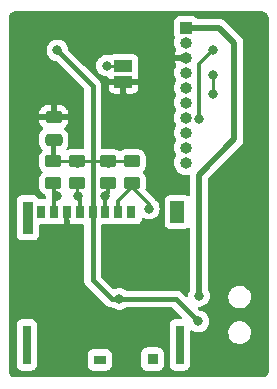
<source format=gbr>
%TF.GenerationSoftware,KiCad,Pcbnew,(6.0.5)*%
%TF.CreationDate,2023-03-06T17:13:13-03:00*%
%TF.ProjectId,ESP32_MicroSD,45535033-325f-44d6-9963-726f53442e6b,rev?*%
%TF.SameCoordinates,Original*%
%TF.FileFunction,Copper,L2,Bot*%
%TF.FilePolarity,Positive*%
%FSLAX46Y46*%
G04 Gerber Fmt 4.6, Leading zero omitted, Abs format (unit mm)*
G04 Created by KiCad (PCBNEW (6.0.5)) date 2023-03-06 17:13:13*
%MOMM*%
%LPD*%
G01*
G04 APERTURE LIST*
G04 Aperture macros list*
%AMRoundRect*
0 Rectangle with rounded corners*
0 $1 Rounding radius*
0 $2 $3 $4 $5 $6 $7 $8 $9 X,Y pos of 4 corners*
0 Add a 4 corners polygon primitive as box body*
4,1,4,$2,$3,$4,$5,$6,$7,$8,$9,$2,$3,0*
0 Add four circle primitives for the rounded corners*
1,1,$1+$1,$2,$3*
1,1,$1+$1,$4,$5*
1,1,$1+$1,$6,$7*
1,1,$1+$1,$8,$9*
0 Add four rect primitives between the rounded corners*
20,1,$1+$1,$2,$3,$4,$5,0*
20,1,$1+$1,$4,$5,$6,$7,0*
20,1,$1+$1,$6,$7,$8,$9,0*
20,1,$1+$1,$8,$9,$2,$3,0*%
G04 Aperture macros list end*
%TA.AperFunction,ComponentPad*%
%ADD10R,1.000000X1.000000*%
%TD*%
%TA.AperFunction,ComponentPad*%
%ADD11O,1.000000X1.000000*%
%TD*%
%TA.AperFunction,SMDPad,CuDef*%
%ADD12RoundRect,0.250000X0.475000X-0.250000X0.475000X0.250000X-0.475000X0.250000X-0.475000X-0.250000X0*%
%TD*%
%TA.AperFunction,SMDPad,CuDef*%
%ADD13RoundRect,0.250000X-0.450000X0.262500X-0.450000X-0.262500X0.450000X-0.262500X0.450000X0.262500X0*%
%TD*%
%TA.AperFunction,SMDPad,CuDef*%
%ADD14R,0.711200X1.092200*%
%TD*%
%TA.AperFunction,SMDPad,CuDef*%
%ADD15R,0.889000X0.939800*%
%TD*%
%TA.AperFunction,SMDPad,CuDef*%
%ADD16R,1.041400X0.787400*%
%TD*%
%TA.AperFunction,SMDPad,CuDef*%
%ADD17R,1.143000X1.828800*%
%TD*%
%TA.AperFunction,SMDPad,CuDef*%
%ADD18R,0.863600X2.794000*%
%TD*%
%TA.AperFunction,SMDPad,CuDef*%
%ADD19R,0.711200X3.327400*%
%TD*%
%TA.AperFunction,SMDPad,CuDef*%
%ADD20R,1.500000X1.000000*%
%TD*%
%TA.AperFunction,ViaPad*%
%ADD21C,0.800000*%
%TD*%
%TA.AperFunction,Conductor*%
%ADD22C,0.500000*%
%TD*%
%TA.AperFunction,Conductor*%
%ADD23C,0.250000*%
%TD*%
%TA.AperFunction,Conductor*%
%ADD24C,0.300000*%
%TD*%
%TA.AperFunction,Conductor*%
%ADD25C,0.400000*%
%TD*%
G04 APERTURE END LIST*
D10*
%TO.P,J1,9,Pin_9*%
%TO.N,Net-(J1-Pad9)*%
X87500000Y-76900000D03*
D11*
%TO.P,J1,10,Pin_10*%
%TO.N,unconnected-(J1-Pad10)*%
X87500000Y-78170000D03*
%TO.P,J1,11,Pin_11*%
%TO.N,GND*%
X87500000Y-79440000D03*
%TO.P,J1,12,Pin_12*%
%TO.N,unconnected-(J1-Pad12)*%
X87500000Y-80710000D03*
%TO.P,J1,13,Pin_13*%
%TO.N,/RX*%
X87500000Y-81980000D03*
%TO.P,J1,14,Pin_14*%
%TO.N,/TX*%
X87500000Y-83250000D03*
%TO.P,J1,15,Pin_15*%
%TO.N,unconnected-(J1-Pad15)*%
X87500000Y-84520000D03*
%TO.P,J1,16,Pin_16*%
%TO.N,unconnected-(J1-Pad16)*%
X87500000Y-85790000D03*
%TO.P,J1,17,Pin_17*%
%TO.N,unconnected-(J1-Pad17)*%
X87500000Y-87060000D03*
%TO.P,J1,18,Pin_18*%
%TO.N,unconnected-(J1-Pad18)*%
X87500000Y-88330000D03*
%TD*%
D12*
%TO.P,C1,1*%
%TO.N,+3V3*%
X76300000Y-86362500D03*
%TO.P,C1,2*%
%TO.N,GND*%
X76300000Y-84462500D03*
%TD*%
D13*
%TO.P,R1,1*%
%TO.N,+3V3*%
X76275000Y-88200000D03*
%TO.P,R1,2*%
%TO.N,/IO19*%
X76275000Y-90025000D03*
%TD*%
%TO.P,R3,1*%
%TO.N,+3V3*%
X80900000Y-88200000D03*
%TO.P,R3,2*%
%TO.N,/IO23*%
X80900000Y-90025000D03*
%TD*%
%TO.P,R2,1*%
%TO.N,+3V3*%
X78300000Y-88200000D03*
%TO.P,R2,2*%
%TO.N,/IO18*%
X78300000Y-90025000D03*
%TD*%
D14*
%TO.P,J2,1,DAT2*%
%TO.N,unconnected-(J2-Pad1)*%
X82880000Y-92474500D03*
%TO.P,J2,2,DAT3/CD*%
%TO.N,/IO5*%
X81780000Y-92474500D03*
%TO.P,J2,3,CMD*%
%TO.N,/IO23*%
X80680000Y-92474500D03*
%TO.P,J2,4,VDD*%
%TO.N,+3V3*%
X79579999Y-92474500D03*
%TO.P,J2,5,CLK*%
%TO.N,/IO18*%
X78479999Y-92474500D03*
%TO.P,J2,6,VSS*%
%TO.N,GND*%
X77379999Y-92474500D03*
%TO.P,J2,7,DAT0*%
%TO.N,/IO19*%
X76279998Y-92474500D03*
%TO.P,J2,8,DAT1*%
%TO.N,unconnected-(J2-Pad8)*%
X75180000Y-92474500D03*
D15*
%TO.P,J2,9,SHIELD*%
%TO.N,unconnected-(J2-Pad9)*%
X84669999Y-104939499D03*
D16*
%TO.P,J2,10*%
%TO.N,N/C*%
X80190001Y-105014500D03*
D17*
%TO.P,J2,11*%
X86760000Y-92489500D03*
D18*
%TO.P,J2,12*%
X74100000Y-92974500D03*
D19*
%TO.P,J2,13*%
X86980000Y-103739499D03*
%TO.P,J2,14*%
X74020000Y-103739499D03*
%TD*%
D13*
%TO.P,R4,1*%
%TO.N,+3V3*%
X82900000Y-88200000D03*
%TO.P,R4,2*%
%TO.N,/IO5*%
X82900000Y-90025000D03*
%TD*%
D20*
%TO.P,JP1,1,A*%
%TO.N,GND*%
X82200000Y-81450000D03*
%TO.P,JP1,2,B*%
%TO.N,Net-(JP1-Pad2)*%
X82200000Y-80150000D03*
%TD*%
D21*
%TO.N,/RX*%
X89800000Y-82524500D03*
X89800000Y-80900000D03*
%TO.N,Net-(JP1-Pad2)*%
X80800000Y-80100000D03*
%TO.N,+3V3*%
X76600000Y-78800000D03*
X88550000Y-101750000D03*
X81850000Y-99850000D03*
%TO.N,/IO19*%
X76600000Y-91100000D03*
%TO.N,/IO18*%
X78350008Y-91149992D03*
%TO.N,/IO23*%
X80680000Y-91120000D03*
X89800000Y-78800000D03*
X88600000Y-84600000D03*
%TO.N,/IO5*%
X84350000Y-92200000D03*
%TO.N,Net-(J1-Pad9)*%
X88600000Y-99600000D03*
%TD*%
D22*
%TO.N,Net-(J1-Pad9)*%
X88575000Y-89325000D02*
X91600000Y-86300000D01*
X91600000Y-86300000D02*
X91600000Y-78200000D01*
X88575000Y-99575000D02*
X88575000Y-89325000D01*
X91600000Y-78200000D02*
X90300000Y-76900000D01*
X90300000Y-76900000D02*
X87500000Y-76900000D01*
D23*
%TO.N,/RX*%
X89800000Y-82524500D02*
X89800000Y-80900000D01*
D24*
%TO.N,/IO23*%
X88600000Y-80000000D02*
X89800000Y-78800000D01*
X88600000Y-84600000D02*
X88600000Y-80000000D01*
D23*
%TO.N,Net-(JP1-Pad2)*%
X80850000Y-80150000D02*
X80800000Y-80100000D01*
X82200000Y-80150000D02*
X80850000Y-80150000D01*
D25*
%TO.N,+3V3*%
X76275000Y-86775000D02*
X76300000Y-86750000D01*
X79579999Y-92474500D02*
X79579999Y-88179999D01*
D23*
X78300000Y-88200000D02*
X76275000Y-88200000D01*
D25*
X79579999Y-98229999D02*
X81200000Y-99850000D01*
X81200000Y-99850000D02*
X81850000Y-99850000D01*
X78300000Y-88487500D02*
X78012500Y-88200000D01*
X81850000Y-99850000D02*
X86650000Y-99850000D01*
X76275000Y-88200000D02*
X76275000Y-86775000D01*
D23*
X82900000Y-88200000D02*
X80900000Y-88200000D01*
X78300000Y-88200000D02*
X79559998Y-88200000D01*
D25*
X79579999Y-81795001D02*
X79587500Y-81787500D01*
D23*
X79559998Y-88200000D02*
X79579999Y-88179999D01*
X80900000Y-88200000D02*
X79600000Y-88200000D01*
D25*
X79579999Y-92474500D02*
X79579999Y-98229999D01*
X80900000Y-88487500D02*
X80612500Y-88200000D01*
X79579999Y-88179999D02*
X79579999Y-81795001D01*
X86650000Y-99850000D02*
X88550000Y-101750000D01*
X79587500Y-81787500D02*
X76600000Y-78800000D01*
D23*
X79600000Y-88200000D02*
X79579999Y-88179999D01*
%TO.N,/IO19*%
X76279998Y-90317498D02*
X76275000Y-90312500D01*
D24*
X76600000Y-91250000D02*
X76600000Y-91100000D01*
X76279998Y-91570002D02*
X76600000Y-91250000D01*
D23*
X76279998Y-92474500D02*
X76279998Y-91570002D01*
D24*
X76279998Y-92474500D02*
X76279998Y-90317498D01*
D23*
%TO.N,/IO18*%
X78350008Y-91149992D02*
X78350008Y-91150008D01*
X78350008Y-91150008D02*
X78479999Y-91279999D01*
D24*
X78479999Y-92474500D02*
X78479999Y-91279999D01*
D23*
X78350008Y-91149992D02*
X78300000Y-91099984D01*
X78300000Y-91099984D02*
X78300000Y-90312500D01*
D24*
%TO.N,/IO23*%
X80680000Y-92474500D02*
X80680000Y-91120000D01*
X80680000Y-91120000D02*
X80900000Y-90900000D01*
X80900000Y-90900000D02*
X80900000Y-90025000D01*
%TO.N,/IO5*%
X81780000Y-91520000D02*
X81780000Y-92474500D01*
X84350000Y-92200000D02*
X84350000Y-91850000D01*
X82900000Y-90400000D02*
X81780000Y-91520000D01*
D23*
X82900000Y-90312500D02*
X82900000Y-90400000D01*
D24*
X84350000Y-91850000D02*
X82900000Y-90400000D01*
D25*
%TO.N,Net-(J1-Pad9)*%
X88575000Y-99575000D02*
X88600000Y-99600000D01*
%TD*%
%TA.AperFunction,Conductor*%
%TO.N,GND*%
G36*
X93970018Y-75510000D02*
G01*
X93984852Y-75512310D01*
X93984855Y-75512310D01*
X93993724Y-75513691D01*
X94002626Y-75512527D01*
X94002750Y-75512511D01*
X94033192Y-75512240D01*
X94040621Y-75513077D01*
X94095264Y-75519234D01*
X94122771Y-75525513D01*
X94199853Y-75552485D01*
X94225274Y-75564727D01*
X94294426Y-75608178D01*
X94316485Y-75625770D01*
X94374230Y-75683515D01*
X94391822Y-75705574D01*
X94435273Y-75774726D01*
X94447515Y-75800147D01*
X94474487Y-75877228D01*
X94480766Y-75904736D01*
X94487018Y-75960226D01*
X94486923Y-75975868D01*
X94487800Y-75975879D01*
X94487690Y-75984851D01*
X94486309Y-75993724D01*
X94487473Y-76002626D01*
X94487473Y-76002628D01*
X94490436Y-76025283D01*
X94491500Y-76041621D01*
X94491500Y-105950633D01*
X94490000Y-105970018D01*
X94486309Y-105993724D01*
X94487473Y-106002626D01*
X94487489Y-106002750D01*
X94487760Y-106033192D01*
X94485430Y-106053870D01*
X94480766Y-106095264D01*
X94474487Y-106122771D01*
X94447515Y-106199853D01*
X94435273Y-106225274D01*
X94391822Y-106294426D01*
X94374230Y-106316485D01*
X94316485Y-106374230D01*
X94294426Y-106391822D01*
X94225274Y-106435273D01*
X94199853Y-106447515D01*
X94122772Y-106474487D01*
X94095264Y-106480766D01*
X94039774Y-106487018D01*
X94024132Y-106486923D01*
X94024121Y-106487800D01*
X94015149Y-106487690D01*
X94006276Y-106486309D01*
X93997374Y-106487473D01*
X93997372Y-106487473D01*
X93986385Y-106488910D01*
X93974714Y-106490436D01*
X93958379Y-106491500D01*
X73049367Y-106491500D01*
X73029982Y-106490000D01*
X73015148Y-106487690D01*
X73015145Y-106487690D01*
X73006276Y-106486309D01*
X72997374Y-106487473D01*
X72997250Y-106487489D01*
X72966808Y-106487760D01*
X72946130Y-106485430D01*
X72904736Y-106480766D01*
X72877229Y-106474487D01*
X72800147Y-106447515D01*
X72774726Y-106435273D01*
X72705574Y-106391822D01*
X72683515Y-106374230D01*
X72625770Y-106316485D01*
X72608178Y-106294426D01*
X72564727Y-106225274D01*
X72552485Y-106199853D01*
X72525513Y-106122772D01*
X72519234Y-106095266D01*
X72513170Y-106041451D01*
X72512888Y-106016640D01*
X72513576Y-106012552D01*
X72513729Y-106000000D01*
X72509773Y-105972376D01*
X72508500Y-105954514D01*
X72508500Y-105451333D01*
X73155900Y-105451333D01*
X73162655Y-105513515D01*
X73213785Y-105649904D01*
X73301139Y-105766460D01*
X73417695Y-105853814D01*
X73554084Y-105904944D01*
X73616266Y-105911699D01*
X74423734Y-105911699D01*
X74485916Y-105904944D01*
X74622305Y-105853814D01*
X74738861Y-105766460D01*
X74826215Y-105649904D01*
X74877345Y-105513515D01*
X74883557Y-105456334D01*
X79160801Y-105456334D01*
X79167556Y-105518516D01*
X79218686Y-105654905D01*
X79306040Y-105771461D01*
X79422596Y-105858815D01*
X79558985Y-105909945D01*
X79621167Y-105916700D01*
X80758835Y-105916700D01*
X80821017Y-105909945D01*
X80957406Y-105858815D01*
X81073962Y-105771461D01*
X81161316Y-105654905D01*
X81212446Y-105518516D01*
X81219071Y-105457533D01*
X83716999Y-105457533D01*
X83723754Y-105519715D01*
X83774884Y-105656104D01*
X83862238Y-105772660D01*
X83978794Y-105860014D01*
X84115183Y-105911144D01*
X84177365Y-105917899D01*
X85162633Y-105917899D01*
X85224815Y-105911144D01*
X85361204Y-105860014D01*
X85477760Y-105772660D01*
X85565114Y-105656104D01*
X85616244Y-105519715D01*
X85622999Y-105457533D01*
X85622999Y-104421465D01*
X85616244Y-104359283D01*
X85565114Y-104222894D01*
X85477760Y-104106338D01*
X85361204Y-104018984D01*
X85224815Y-103967854D01*
X85162633Y-103961099D01*
X84177365Y-103961099D01*
X84115183Y-103967854D01*
X83978794Y-104018984D01*
X83862238Y-104106338D01*
X83774884Y-104222894D01*
X83723754Y-104359283D01*
X83716999Y-104421465D01*
X83716999Y-105457533D01*
X81219071Y-105457533D01*
X81219201Y-105456334D01*
X81219201Y-104572666D01*
X81212446Y-104510484D01*
X81161316Y-104374095D01*
X81073962Y-104257539D01*
X80957406Y-104170185D01*
X80821017Y-104119055D01*
X80758835Y-104112300D01*
X79621167Y-104112300D01*
X79558985Y-104119055D01*
X79422596Y-104170185D01*
X79306040Y-104257539D01*
X79218686Y-104374095D01*
X79167556Y-104510484D01*
X79160801Y-104572666D01*
X79160801Y-105456334D01*
X74883557Y-105456334D01*
X74884100Y-105451333D01*
X74884100Y-102027665D01*
X74877345Y-101965483D01*
X74826215Y-101829094D01*
X74738861Y-101712538D01*
X74622305Y-101625184D01*
X74485916Y-101574054D01*
X74423734Y-101567299D01*
X73616266Y-101567299D01*
X73554084Y-101574054D01*
X73417695Y-101625184D01*
X73301139Y-101712538D01*
X73213785Y-101829094D01*
X73162655Y-101965483D01*
X73155900Y-102027665D01*
X73155900Y-105451333D01*
X72508500Y-105451333D01*
X72508500Y-94419634D01*
X73159700Y-94419634D01*
X73166455Y-94481816D01*
X73217585Y-94618205D01*
X73304939Y-94734761D01*
X73421495Y-94822115D01*
X73557884Y-94873245D01*
X73620066Y-94880000D01*
X74579934Y-94880000D01*
X74642116Y-94873245D01*
X74778505Y-94822115D01*
X74895061Y-94734761D01*
X74982415Y-94618205D01*
X75033545Y-94481816D01*
X75040300Y-94419634D01*
X75040300Y-93655100D01*
X75060302Y-93586979D01*
X75113958Y-93540486D01*
X75166300Y-93529100D01*
X75583734Y-93529100D01*
X75588346Y-93528599D01*
X75638066Y-93523198D01*
X75638068Y-93523198D01*
X75645916Y-93522345D01*
X75685772Y-93507404D01*
X75756578Y-93502222D01*
X75774225Y-93507403D01*
X75814082Y-93522345D01*
X75821930Y-93523198D01*
X75821932Y-93523198D01*
X75871652Y-93528599D01*
X75876264Y-93529100D01*
X76683732Y-93529100D01*
X76745914Y-93522345D01*
X76786481Y-93507137D01*
X76857288Y-93501954D01*
X76874942Y-93507137D01*
X76906797Y-93519079D01*
X76922048Y-93522705D01*
X76972913Y-93528231D01*
X76979727Y-93528600D01*
X77107884Y-93528600D01*
X77123123Y-93524125D01*
X77124328Y-93522735D01*
X77125999Y-93515052D01*
X77125999Y-93184018D01*
X77132885Y-93146034D01*
X77132742Y-93146000D01*
X77133369Y-93143364D01*
X77134017Y-93139788D01*
X77134569Y-93138315D01*
X77137343Y-93130916D01*
X77144098Y-93068734D01*
X77144098Y-92346500D01*
X77164100Y-92278379D01*
X77217756Y-92231886D01*
X77270098Y-92220500D01*
X77489899Y-92220500D01*
X77558020Y-92240502D01*
X77604513Y-92294158D01*
X77615899Y-92346500D01*
X77615899Y-93068734D01*
X77616268Y-93072131D01*
X77621801Y-93123060D01*
X77622654Y-93130916D01*
X77625426Y-93138311D01*
X77625427Y-93138314D01*
X77625981Y-93139792D01*
X77626631Y-93143379D01*
X77627254Y-93145998D01*
X77627112Y-93146032D01*
X77633999Y-93184020D01*
X77633999Y-93510484D01*
X77638474Y-93525723D01*
X77639864Y-93526928D01*
X77647547Y-93528599D01*
X77780268Y-93528599D01*
X77787089Y-93528229D01*
X77837951Y-93522705D01*
X77853199Y-93519080D01*
X77885056Y-93507137D01*
X77955863Y-93501954D01*
X77973508Y-93507134D01*
X78014083Y-93522345D01*
X78076265Y-93529100D01*
X78745499Y-93529100D01*
X78813620Y-93549102D01*
X78860113Y-93602758D01*
X78871499Y-93655100D01*
X78871499Y-98201087D01*
X78871207Y-98209657D01*
X78867274Y-98267351D01*
X78868579Y-98274828D01*
X78868579Y-98274829D01*
X78878260Y-98330298D01*
X78879222Y-98336820D01*
X78886897Y-98400241D01*
X78889580Y-98407342D01*
X78890221Y-98409951D01*
X78894684Y-98426261D01*
X78895449Y-98428797D01*
X78896756Y-98436283D01*
X78899810Y-98443240D01*
X78922441Y-98494794D01*
X78924932Y-98500898D01*
X78947512Y-98560655D01*
X78951816Y-98566918D01*
X78953053Y-98569284D01*
X78961298Y-98584096D01*
X78962631Y-98586350D01*
X78965684Y-98593304D01*
X78970306Y-98599327D01*
X79004578Y-98643990D01*
X79008458Y-98649331D01*
X79040338Y-98695719D01*
X79040343Y-98695724D01*
X79044642Y-98701980D01*
X79050312Y-98707031D01*
X79050313Y-98707033D01*
X79091169Y-98743434D01*
X79096445Y-98748415D01*
X80678557Y-100330528D01*
X80684411Y-100336793D01*
X80722439Y-100380385D01*
X80774729Y-100417136D01*
X80779971Y-100421028D01*
X80830282Y-100460476D01*
X80837201Y-100463600D01*
X80839493Y-100464988D01*
X80854165Y-100473357D01*
X80856525Y-100474622D01*
X80862739Y-100478990D01*
X80869818Y-100481750D01*
X80869820Y-100481751D01*
X80922275Y-100502202D01*
X80928344Y-100504753D01*
X80986573Y-100531045D01*
X80994046Y-100532430D01*
X80996612Y-100533234D01*
X81012835Y-100537855D01*
X81015427Y-100538520D01*
X81022509Y-100541282D01*
X81030044Y-100542274D01*
X81085861Y-100549622D01*
X81092377Y-100550654D01*
X81130770Y-100557770D01*
X81155186Y-100562295D01*
X81162766Y-100561858D01*
X81162767Y-100561858D01*
X81217380Y-100558709D01*
X81224633Y-100558500D01*
X81238595Y-100558500D01*
X81306716Y-100578502D01*
X81312656Y-100582564D01*
X81393248Y-100641118D01*
X81399276Y-100643802D01*
X81399278Y-100643803D01*
X81561681Y-100716109D01*
X81567712Y-100718794D01*
X81661113Y-100738647D01*
X81748056Y-100757128D01*
X81748061Y-100757128D01*
X81754513Y-100758500D01*
X81945487Y-100758500D01*
X81951939Y-100757128D01*
X81951944Y-100757128D01*
X82038888Y-100738647D01*
X82132288Y-100718794D01*
X82138319Y-100716109D01*
X82300722Y-100643803D01*
X82300724Y-100643802D01*
X82306752Y-100641118D01*
X82387344Y-100582564D01*
X82454211Y-100558706D01*
X82461405Y-100558500D01*
X86304340Y-100558500D01*
X86372461Y-100578502D01*
X86393435Y-100595405D01*
X87150234Y-101352204D01*
X87184260Y-101414516D01*
X87179195Y-101485331D01*
X87136648Y-101542167D01*
X87070128Y-101566978D01*
X87061139Y-101567299D01*
X86576266Y-101567299D01*
X86514084Y-101574054D01*
X86377695Y-101625184D01*
X86261139Y-101712538D01*
X86173785Y-101829094D01*
X86122655Y-101965483D01*
X86115900Y-102027665D01*
X86115900Y-105451333D01*
X86122655Y-105513515D01*
X86173785Y-105649904D01*
X86261139Y-105766460D01*
X86377695Y-105853814D01*
X86514084Y-105904944D01*
X86576266Y-105911699D01*
X87383734Y-105911699D01*
X87445916Y-105904944D01*
X87582305Y-105853814D01*
X87698861Y-105766460D01*
X87786215Y-105649904D01*
X87837345Y-105513515D01*
X87844100Y-105451333D01*
X87844100Y-102747064D01*
X91067707Y-102747064D01*
X91096825Y-102939599D01*
X91099028Y-102945585D01*
X91099029Y-102945591D01*
X91161860Y-103116360D01*
X91161862Y-103116365D01*
X91164063Y-103122346D01*
X91266674Y-103287840D01*
X91400466Y-103429322D01*
X91559975Y-103541011D01*
X91565838Y-103543548D01*
X91732825Y-103615810D01*
X91732829Y-103615811D01*
X91738684Y-103618345D01*
X91744931Y-103619650D01*
X91744934Y-103619651D01*
X91924557Y-103657176D01*
X91924562Y-103657177D01*
X91929293Y-103658165D01*
X91935685Y-103658500D01*
X92078663Y-103658500D01*
X92147951Y-103651462D01*
X92217378Y-103644410D01*
X92217379Y-103644410D01*
X92223727Y-103643765D01*
X92304843Y-103618345D01*
X92403451Y-103587444D01*
X92403456Y-103587442D01*
X92409541Y-103585535D01*
X92496475Y-103537346D01*
X92574271Y-103494223D01*
X92574274Y-103494221D01*
X92579850Y-103491130D01*
X92584691Y-103486981D01*
X92584695Y-103486978D01*
X92722855Y-103368560D01*
X92727698Y-103364409D01*
X92847046Y-103210547D01*
X92887779Y-103127768D01*
X92930200Y-103041556D01*
X92933018Y-103035829D01*
X92934628Y-103029649D01*
X92980492Y-102853575D01*
X92980492Y-102853572D01*
X92982102Y-102847393D01*
X92992293Y-102652936D01*
X92963175Y-102460401D01*
X92960972Y-102454415D01*
X92960971Y-102454409D01*
X92898140Y-102283640D01*
X92898138Y-102283635D01*
X92895937Y-102277654D01*
X92793326Y-102112160D01*
X92659534Y-101970678D01*
X92500025Y-101858989D01*
X92450371Y-101837502D01*
X92327175Y-101784190D01*
X92327171Y-101784189D01*
X92321316Y-101781655D01*
X92315069Y-101780350D01*
X92315066Y-101780349D01*
X92135443Y-101742824D01*
X92135438Y-101742823D01*
X92130707Y-101741835D01*
X92124315Y-101741500D01*
X91981337Y-101741500D01*
X91912049Y-101748538D01*
X91842622Y-101755590D01*
X91842621Y-101755590D01*
X91836273Y-101756235D01*
X91779939Y-101773889D01*
X91656549Y-101812556D01*
X91656544Y-101812558D01*
X91650459Y-101814465D01*
X91608900Y-101837502D01*
X91485729Y-101905777D01*
X91485726Y-101905779D01*
X91480150Y-101908870D01*
X91475309Y-101913019D01*
X91475305Y-101913022D01*
X91402627Y-101975315D01*
X91332302Y-102035591D01*
X91212954Y-102189453D01*
X91210138Y-102195176D01*
X91210136Y-102195179D01*
X91129800Y-102358444D01*
X91126982Y-102364171D01*
X91125373Y-102370349D01*
X91125372Y-102370351D01*
X91080891Y-102541118D01*
X91077898Y-102552607D01*
X91067707Y-102747064D01*
X87844100Y-102747064D01*
X87844100Y-102607390D01*
X87864102Y-102539269D01*
X87917758Y-102492776D01*
X87988032Y-102482672D01*
X88044161Y-102505454D01*
X88093248Y-102541118D01*
X88099276Y-102543802D01*
X88099278Y-102543803D01*
X88133380Y-102558986D01*
X88267712Y-102618794D01*
X88361113Y-102638647D01*
X88448056Y-102657128D01*
X88448061Y-102657128D01*
X88454513Y-102658500D01*
X88645487Y-102658500D01*
X88651939Y-102657128D01*
X88651944Y-102657128D01*
X88738887Y-102638647D01*
X88832288Y-102618794D01*
X88966620Y-102558986D01*
X89000722Y-102543803D01*
X89000724Y-102543802D01*
X89006752Y-102541118D01*
X89161253Y-102428866D01*
X89289040Y-102286944D01*
X89384527Y-102121556D01*
X89443542Y-101939928D01*
X89447132Y-101905777D01*
X89462814Y-101756565D01*
X89463504Y-101750000D01*
X89450952Y-101630570D01*
X89444232Y-101566635D01*
X89444232Y-101566633D01*
X89443542Y-101560072D01*
X89384527Y-101378444D01*
X89289040Y-101213056D01*
X89161253Y-101071134D01*
X89006752Y-100958882D01*
X89000724Y-100956198D01*
X89000722Y-100956197D01*
X88838319Y-100883891D01*
X88838318Y-100883891D01*
X88832288Y-100881206D01*
X88679431Y-100848715D01*
X88616533Y-100814563D01*
X88525565Y-100723595D01*
X88491539Y-100661283D01*
X88496604Y-100590468D01*
X88539151Y-100533632D01*
X88605671Y-100508821D01*
X88614660Y-100508500D01*
X88695487Y-100508500D01*
X88701939Y-100507128D01*
X88701944Y-100507128D01*
X88821330Y-100481751D01*
X88882288Y-100468794D01*
X88888319Y-100466109D01*
X89050722Y-100393803D01*
X89050724Y-100393802D01*
X89056752Y-100391118D01*
X89211253Y-100278866D01*
X89339040Y-100136944D01*
X89434527Y-99971556D01*
X89493542Y-99789928D01*
X89498047Y-99747064D01*
X91067707Y-99747064D01*
X91096825Y-99939599D01*
X91099028Y-99945585D01*
X91099029Y-99945591D01*
X91161860Y-100116360D01*
X91161862Y-100116365D01*
X91164063Y-100122346D01*
X91266674Y-100287840D01*
X91271055Y-100292473D01*
X91271056Y-100292474D01*
X91366878Y-100393803D01*
X91400466Y-100429322D01*
X91405696Y-100432984D01*
X91405697Y-100432985D01*
X91475343Y-100481751D01*
X91559975Y-100541011D01*
X91565838Y-100543548D01*
X91732825Y-100615810D01*
X91732829Y-100615811D01*
X91738684Y-100618345D01*
X91744931Y-100619650D01*
X91744934Y-100619651D01*
X91924557Y-100657176D01*
X91924562Y-100657177D01*
X91929293Y-100658165D01*
X91935685Y-100658500D01*
X92078663Y-100658500D01*
X92147951Y-100651462D01*
X92217378Y-100644410D01*
X92217379Y-100644410D01*
X92223727Y-100643765D01*
X92304843Y-100618345D01*
X92403451Y-100587444D01*
X92403456Y-100587442D01*
X92409541Y-100585535D01*
X92513484Y-100527918D01*
X92574271Y-100494223D01*
X92574274Y-100494221D01*
X92579850Y-100491130D01*
X92584691Y-100486981D01*
X92584695Y-100486978D01*
X92722855Y-100368560D01*
X92727698Y-100364409D01*
X92847046Y-100210547D01*
X92887779Y-100127768D01*
X92930200Y-100041556D01*
X92933018Y-100035829D01*
X92952867Y-99959627D01*
X92980492Y-99853575D01*
X92980492Y-99853572D01*
X92982102Y-99847393D01*
X92989772Y-99701035D01*
X92991959Y-99659317D01*
X92991959Y-99659313D01*
X92992293Y-99652936D01*
X92963175Y-99460401D01*
X92960972Y-99454415D01*
X92960971Y-99454409D01*
X92898140Y-99283640D01*
X92898138Y-99283635D01*
X92895937Y-99277654D01*
X92793326Y-99112160D01*
X92787787Y-99106302D01*
X92663919Y-98975315D01*
X92659534Y-98970678D01*
X92617864Y-98941500D01*
X92505259Y-98862654D01*
X92500025Y-98858989D01*
X92452013Y-98838212D01*
X92327175Y-98784190D01*
X92327171Y-98784189D01*
X92321316Y-98781655D01*
X92315069Y-98780350D01*
X92315066Y-98780349D01*
X92135443Y-98742824D01*
X92135438Y-98742823D01*
X92130707Y-98741835D01*
X92124315Y-98741500D01*
X91981337Y-98741500D01*
X91938561Y-98745845D01*
X91842622Y-98755590D01*
X91842621Y-98755590D01*
X91836273Y-98756235D01*
X91779939Y-98773889D01*
X91656549Y-98812556D01*
X91656544Y-98812558D01*
X91650459Y-98814465D01*
X91574713Y-98856452D01*
X91485729Y-98905777D01*
X91485726Y-98905779D01*
X91480150Y-98908870D01*
X91475309Y-98913019D01*
X91475305Y-98913022D01*
X91341542Y-99027671D01*
X91332302Y-99035591D01*
X91328391Y-99040633D01*
X91328390Y-99040634D01*
X91311225Y-99062763D01*
X91212954Y-99189453D01*
X91210138Y-99195176D01*
X91210136Y-99195179D01*
X91168921Y-99278939D01*
X91126982Y-99364171D01*
X91125373Y-99370349D01*
X91125372Y-99370351D01*
X91103477Y-99454409D01*
X91077898Y-99552607D01*
X91075414Y-99600000D01*
X91069978Y-99703738D01*
X91067707Y-99747064D01*
X89498047Y-99747064D01*
X89513504Y-99600000D01*
X89493542Y-99410072D01*
X89434527Y-99228444D01*
X89416834Y-99197798D01*
X89350381Y-99082699D01*
X89333500Y-99019699D01*
X89333500Y-89691371D01*
X89353502Y-89623250D01*
X89370405Y-89602276D01*
X92088911Y-86883770D01*
X92103323Y-86871384D01*
X92114918Y-86862851D01*
X92114923Y-86862846D01*
X92120818Y-86858508D01*
X92125557Y-86852930D01*
X92125560Y-86852927D01*
X92155035Y-86818232D01*
X92161965Y-86810716D01*
X92167660Y-86805021D01*
X92185281Y-86782749D01*
X92188072Y-86779345D01*
X92230591Y-86729297D01*
X92230592Y-86729295D01*
X92235333Y-86723715D01*
X92238661Y-86717199D01*
X92242028Y-86712150D01*
X92245195Y-86707021D01*
X92249734Y-86701284D01*
X92280655Y-86635125D01*
X92282561Y-86631225D01*
X92315769Y-86566192D01*
X92317508Y-86559084D01*
X92319607Y-86553441D01*
X92321524Y-86547678D01*
X92324622Y-86541050D01*
X92339487Y-86469583D01*
X92340457Y-86465299D01*
X92356473Y-86399845D01*
X92357808Y-86394390D01*
X92358500Y-86383236D01*
X92358536Y-86383238D01*
X92358775Y-86379245D01*
X92359149Y-86375053D01*
X92360640Y-86367885D01*
X92358546Y-86290479D01*
X92358500Y-86287072D01*
X92358500Y-78267070D01*
X92359933Y-78248120D01*
X92362099Y-78233885D01*
X92362099Y-78233881D01*
X92363199Y-78226651D01*
X92358915Y-78173982D01*
X92358500Y-78163767D01*
X92358500Y-78155707D01*
X92355209Y-78127480D01*
X92354778Y-78123121D01*
X92354617Y-78121134D01*
X92348860Y-78050364D01*
X92346604Y-78043400D01*
X92345417Y-78037461D01*
X92344030Y-78031590D01*
X92343182Y-78024319D01*
X92340686Y-78017443D01*
X92340684Y-78017434D01*
X92318275Y-77955702D01*
X92316865Y-77951598D01*
X92294352Y-77882101D01*
X92290556Y-77875846D01*
X92288057Y-77870387D01*
X92285329Y-77864939D01*
X92282833Y-77858063D01*
X92242805Y-77797010D01*
X92240481Y-77793327D01*
X92205504Y-77735686D01*
X92205501Y-77735682D01*
X92202595Y-77730893D01*
X92195197Y-77722517D01*
X92195224Y-77722493D01*
X92192579Y-77719511D01*
X92189872Y-77716274D01*
X92185856Y-77710148D01*
X92129598Y-77656854D01*
X92127157Y-77654477D01*
X90883770Y-76411089D01*
X90871384Y-76396677D01*
X90862851Y-76385082D01*
X90862846Y-76385077D01*
X90858508Y-76379182D01*
X90852930Y-76374443D01*
X90852927Y-76374440D01*
X90818232Y-76344965D01*
X90810716Y-76338035D01*
X90805021Y-76332340D01*
X90798880Y-76327482D01*
X90782749Y-76314719D01*
X90779345Y-76311928D01*
X90729297Y-76269409D01*
X90729295Y-76269408D01*
X90723715Y-76264667D01*
X90717199Y-76261339D01*
X90712150Y-76257972D01*
X90707021Y-76254805D01*
X90701284Y-76250266D01*
X90635125Y-76219345D01*
X90631225Y-76217439D01*
X90566192Y-76184231D01*
X90559084Y-76182492D01*
X90553441Y-76180393D01*
X90547678Y-76178476D01*
X90541050Y-76175378D01*
X90469583Y-76160513D01*
X90465299Y-76159543D01*
X90439765Y-76153295D01*
X90394390Y-76142192D01*
X90388788Y-76141844D01*
X90388785Y-76141844D01*
X90383236Y-76141500D01*
X90383238Y-76141464D01*
X90379245Y-76141225D01*
X90375053Y-76140851D01*
X90367885Y-76139360D01*
X90301675Y-76141151D01*
X90290479Y-76141454D01*
X90287072Y-76141500D01*
X88504802Y-76141500D01*
X88436681Y-76121498D01*
X88403976Y-76091065D01*
X88368642Y-76043919D01*
X88363261Y-76036739D01*
X88246705Y-75949385D01*
X88110316Y-75898255D01*
X88048134Y-75891500D01*
X86951866Y-75891500D01*
X86889684Y-75898255D01*
X86753295Y-75949385D01*
X86636739Y-76036739D01*
X86549385Y-76153295D01*
X86498255Y-76289684D01*
X86491500Y-76351866D01*
X86491500Y-77448134D01*
X86498255Y-77510316D01*
X86549385Y-77646705D01*
X86554771Y-77653892D01*
X86559079Y-77661760D01*
X86556858Y-77662976D01*
X86577013Y-77716910D01*
X86567993Y-77770605D01*
X86568567Y-77770787D01*
X86566706Y-77776654D01*
X86566705Y-77776656D01*
X86518114Y-77929834D01*
X86508765Y-77959306D01*
X86486719Y-78155851D01*
X86503268Y-78352934D01*
X86557783Y-78543050D01*
X86560602Y-78548535D01*
X86616228Y-78656770D01*
X86648187Y-78718956D01*
X86654164Y-78726497D01*
X86654843Y-78728174D01*
X86655353Y-78728966D01*
X86655203Y-78729063D01*
X86680802Y-78792304D01*
X86667633Y-78862069D01*
X86664254Y-78867754D01*
X86664262Y-78867758D01*
X86571998Y-79035585D01*
X86567166Y-79046858D01*
X86528506Y-79168731D01*
X86528202Y-79182831D01*
X86534763Y-79186000D01*
X87628000Y-79186000D01*
X87696121Y-79206002D01*
X87742614Y-79259658D01*
X87754000Y-79312000D01*
X87754000Y-79568000D01*
X87733998Y-79636121D01*
X87680342Y-79682614D01*
X87628000Y-79694000D01*
X86542282Y-79694000D01*
X86528751Y-79697973D01*
X86527601Y-79705975D01*
X86556552Y-79806941D01*
X86561067Y-79818345D01*
X86645794Y-79983207D01*
X86652432Y-79993507D01*
X86654131Y-79995650D01*
X86654667Y-79996975D01*
X86655774Y-79998692D01*
X86655448Y-79998902D01*
X86680770Y-80061460D01*
X86667600Y-80131224D01*
X86663979Y-80137316D01*
X86663846Y-80137474D01*
X86663370Y-80138341D01*
X86663364Y-80138350D01*
X86617854Y-80221134D01*
X86568567Y-80310787D01*
X86566706Y-80316654D01*
X86566705Y-80316656D01*
X86517568Y-80471556D01*
X86508765Y-80499306D01*
X86486719Y-80695851D01*
X86487235Y-80701995D01*
X86499466Y-80847651D01*
X86503268Y-80892934D01*
X86504967Y-80898858D01*
X86542142Y-81028502D01*
X86557783Y-81083050D01*
X86560602Y-81088535D01*
X86632368Y-81228175D01*
X86648187Y-81258956D01*
X86652016Y-81263787D01*
X86653839Y-81266088D01*
X86654414Y-81267509D01*
X86655353Y-81268966D01*
X86655076Y-81269144D01*
X86680474Y-81331898D01*
X86667301Y-81401662D01*
X86663846Y-81407474D01*
X86568567Y-81580787D01*
X86566706Y-81586654D01*
X86566705Y-81586656D01*
X86545389Y-81653853D01*
X86508765Y-81769306D01*
X86486719Y-81965851D01*
X86487235Y-81971995D01*
X86502670Y-82155808D01*
X86503268Y-82162934D01*
X86504967Y-82168858D01*
X86552485Y-82334572D01*
X86557783Y-82353050D01*
X86648187Y-82528956D01*
X86652016Y-82533787D01*
X86653839Y-82536088D01*
X86654414Y-82537509D01*
X86655353Y-82538966D01*
X86655076Y-82539144D01*
X86680474Y-82601898D01*
X86667301Y-82671662D01*
X86663846Y-82677474D01*
X86568567Y-82850787D01*
X86508765Y-83039306D01*
X86486719Y-83235851D01*
X86487235Y-83241995D01*
X86500821Y-83403788D01*
X86503268Y-83432934D01*
X86557783Y-83623050D01*
X86560602Y-83628535D01*
X86620838Y-83745740D01*
X86648187Y-83798956D01*
X86652016Y-83803787D01*
X86653839Y-83806088D01*
X86654414Y-83807509D01*
X86655353Y-83808966D01*
X86655076Y-83809144D01*
X86680474Y-83871898D01*
X86667301Y-83941662D01*
X86663846Y-83947474D01*
X86568567Y-84120787D01*
X86508765Y-84309306D01*
X86486719Y-84505851D01*
X86503268Y-84702934D01*
X86519515Y-84759595D01*
X86548425Y-84860414D01*
X86557783Y-84893050D01*
X86560602Y-84898535D01*
X86633952Y-85041257D01*
X86648187Y-85068956D01*
X86652016Y-85073787D01*
X86653839Y-85076088D01*
X86654414Y-85077509D01*
X86655353Y-85078966D01*
X86655076Y-85079144D01*
X86680474Y-85141898D01*
X86667301Y-85211662D01*
X86663846Y-85217474D01*
X86568567Y-85390787D01*
X86566706Y-85396654D01*
X86566705Y-85396656D01*
X86525820Y-85525541D01*
X86508765Y-85579306D01*
X86486719Y-85775851D01*
X86487235Y-85781995D01*
X86501984Y-85957639D01*
X86503268Y-85972934D01*
X86504967Y-85978858D01*
X86529773Y-86065366D01*
X86557783Y-86163050D01*
X86648187Y-86338956D01*
X86652016Y-86343787D01*
X86653839Y-86346088D01*
X86654414Y-86347509D01*
X86655353Y-86348966D01*
X86655076Y-86349144D01*
X86680474Y-86411898D01*
X86667301Y-86481662D01*
X86663846Y-86487474D01*
X86568567Y-86660787D01*
X86566706Y-86666654D01*
X86566705Y-86666656D01*
X86519858Y-86814337D01*
X86508765Y-86849306D01*
X86486719Y-87045851D01*
X86487235Y-87051995D01*
X86500585Y-87210978D01*
X86503268Y-87242934D01*
X86513436Y-87278393D01*
X86552545Y-87414782D01*
X86557783Y-87433050D01*
X86648187Y-87608956D01*
X86652016Y-87613787D01*
X86653839Y-87616088D01*
X86654414Y-87617509D01*
X86655353Y-87618966D01*
X86655076Y-87619144D01*
X86680474Y-87681898D01*
X86667301Y-87751662D01*
X86663846Y-87757474D01*
X86568567Y-87930787D01*
X86566706Y-87936654D01*
X86566705Y-87936656D01*
X86519553Y-88085298D01*
X86508765Y-88119306D01*
X86486719Y-88315851D01*
X86503268Y-88512934D01*
X86557783Y-88703050D01*
X86648187Y-88878956D01*
X86771035Y-89033953D01*
X86921650Y-89162136D01*
X87094294Y-89258624D01*
X87282392Y-89319740D01*
X87478777Y-89343158D01*
X87484912Y-89342686D01*
X87484914Y-89342686D01*
X87675972Y-89327984D01*
X87676089Y-89329503D01*
X87739182Y-89336541D01*
X87794285Y-89381309D01*
X87816500Y-89452756D01*
X87816500Y-91051187D01*
X87796498Y-91119308D01*
X87742842Y-91165801D01*
X87672568Y-91175905D01*
X87614937Y-91152014D01*
X87578205Y-91124485D01*
X87441816Y-91073355D01*
X87379634Y-91066600D01*
X86140366Y-91066600D01*
X86078184Y-91073355D01*
X85941795Y-91124485D01*
X85825239Y-91211839D01*
X85737885Y-91328395D01*
X85686755Y-91464784D01*
X85680000Y-91526966D01*
X85680000Y-93452034D01*
X85686755Y-93514216D01*
X85737885Y-93650605D01*
X85825239Y-93767161D01*
X85941795Y-93854515D01*
X86078184Y-93905645D01*
X86140366Y-93912400D01*
X87379634Y-93912400D01*
X87441816Y-93905645D01*
X87578205Y-93854515D01*
X87614937Y-93826986D01*
X87681441Y-93802139D01*
X87750823Y-93817191D01*
X87801054Y-93867365D01*
X87816500Y-93927813D01*
X87816500Y-99106302D01*
X87799619Y-99169301D01*
X87765473Y-99228444D01*
X87706458Y-99410072D01*
X87705768Y-99416633D01*
X87705768Y-99416635D01*
X87687048Y-99594748D01*
X87660035Y-99660405D01*
X87601813Y-99701035D01*
X87530868Y-99703738D01*
X87472643Y-99670673D01*
X87171450Y-99369480D01*
X87165596Y-99363215D01*
X87161434Y-99358444D01*
X87127561Y-99319615D01*
X87075280Y-99282871D01*
X87069986Y-99278939D01*
X87025693Y-99244209D01*
X87019718Y-99239524D01*
X87012802Y-99236401D01*
X87010516Y-99235017D01*
X86995835Y-99226643D01*
X86993475Y-99225378D01*
X86987261Y-99221010D01*
X86980182Y-99218250D01*
X86980180Y-99218249D01*
X86927725Y-99197798D01*
X86921656Y-99195247D01*
X86863427Y-99168955D01*
X86855960Y-99167571D01*
X86853405Y-99166770D01*
X86837152Y-99162141D01*
X86834572Y-99161478D01*
X86827491Y-99158718D01*
X86819960Y-99157727D01*
X86819958Y-99157726D01*
X86790339Y-99153827D01*
X86764139Y-99150378D01*
X86757641Y-99149348D01*
X86694814Y-99137704D01*
X86687234Y-99138141D01*
X86687233Y-99138141D01*
X86632608Y-99141291D01*
X86625354Y-99141500D01*
X82461405Y-99141500D01*
X82393284Y-99121498D01*
X82387344Y-99117436D01*
X82312094Y-99062763D01*
X82312093Y-99062762D01*
X82306752Y-99058882D01*
X82300724Y-99056198D01*
X82300722Y-99056197D01*
X82138319Y-98983891D01*
X82138318Y-98983891D01*
X82132288Y-98981206D01*
X82038887Y-98961353D01*
X81951944Y-98942872D01*
X81951939Y-98942872D01*
X81945487Y-98941500D01*
X81754513Y-98941500D01*
X81748061Y-98942872D01*
X81748056Y-98942872D01*
X81661113Y-98961353D01*
X81567712Y-98981206D01*
X81561682Y-98983891D01*
X81561681Y-98983891D01*
X81484539Y-99018237D01*
X81414172Y-99027671D01*
X81349875Y-98997565D01*
X81344195Y-98992225D01*
X80325404Y-97973434D01*
X80291378Y-97911122D01*
X80288499Y-97884339D01*
X80288499Y-93655100D01*
X80308501Y-93586979D01*
X80362157Y-93540486D01*
X80414499Y-93529100D01*
X81083734Y-93529100D01*
X81145916Y-93522345D01*
X81185771Y-93507404D01*
X81256577Y-93502221D01*
X81274223Y-93507402D01*
X81314084Y-93522345D01*
X81376266Y-93529100D01*
X82183734Y-93529100D01*
X82245916Y-93522345D01*
X82285771Y-93507404D01*
X82356577Y-93502221D01*
X82374223Y-93507402D01*
X82414084Y-93522345D01*
X82476266Y-93529100D01*
X83283734Y-93529100D01*
X83345916Y-93522345D01*
X83482305Y-93471215D01*
X83598861Y-93383861D01*
X83686215Y-93267305D01*
X83737345Y-93130916D01*
X83740363Y-93103136D01*
X83767605Y-93037574D01*
X83825969Y-92997148D01*
X83896923Y-92994693D01*
X83916871Y-93001636D01*
X84067712Y-93068794D01*
X84161113Y-93088647D01*
X84248056Y-93107128D01*
X84248061Y-93107128D01*
X84254513Y-93108500D01*
X84445487Y-93108500D01*
X84451939Y-93107128D01*
X84451944Y-93107128D01*
X84538887Y-93088647D01*
X84632288Y-93068794D01*
X84783126Y-93001637D01*
X84800722Y-92993803D01*
X84800724Y-92993802D01*
X84806752Y-92991118D01*
X84961253Y-92878866D01*
X85089040Y-92736944D01*
X85184527Y-92571556D01*
X85243542Y-92389928D01*
X85248107Y-92346500D01*
X85262814Y-92206565D01*
X85263504Y-92200000D01*
X85243542Y-92010072D01*
X85184527Y-91828444D01*
X85089040Y-91663056D01*
X84961253Y-91521134D01*
X84955912Y-91517253D01*
X84955907Y-91517249D01*
X84910989Y-91484614D01*
X84884437Y-91455437D01*
X84883348Y-91456282D01*
X84878491Y-91450021D01*
X84874453Y-91443193D01*
X84859289Y-91428029D01*
X84846448Y-91412995D01*
X84838501Y-91402057D01*
X84833841Y-91395643D01*
X84798247Y-91366197D01*
X84789468Y-91358208D01*
X84096934Y-90665674D01*
X84062908Y-90603362D01*
X84066436Y-90536912D01*
X84095632Y-90448889D01*
X84095632Y-90448887D01*
X84097797Y-90442361D01*
X84108500Y-90337900D01*
X84108500Y-89712100D01*
X84100934Y-89639181D01*
X84098238Y-89613192D01*
X84098237Y-89613188D01*
X84097526Y-89606334D01*
X84041550Y-89438554D01*
X83948478Y-89288152D01*
X83861891Y-89201716D01*
X83827812Y-89139434D01*
X83832815Y-89068614D01*
X83861736Y-89023525D01*
X83944134Y-88940983D01*
X83949305Y-88935803D01*
X83984346Y-88878956D01*
X84038275Y-88791468D01*
X84038276Y-88791466D01*
X84042115Y-88785238D01*
X84097797Y-88617361D01*
X84108500Y-88512900D01*
X84108500Y-87887100D01*
X84097526Y-87781334D01*
X84064352Y-87681898D01*
X84043868Y-87620502D01*
X84041550Y-87613554D01*
X83948478Y-87463152D01*
X83823303Y-87338195D01*
X83817072Y-87334354D01*
X83678968Y-87249225D01*
X83678966Y-87249224D01*
X83672738Y-87245385D01*
X83569004Y-87210978D01*
X83511389Y-87191868D01*
X83511387Y-87191868D01*
X83504861Y-87189703D01*
X83498025Y-87189003D01*
X83498022Y-87189002D01*
X83454969Y-87184591D01*
X83400400Y-87179000D01*
X82399600Y-87179000D01*
X82396354Y-87179337D01*
X82396350Y-87179337D01*
X82300692Y-87189262D01*
X82300688Y-87189263D01*
X82293834Y-87189974D01*
X82287298Y-87192155D01*
X82287296Y-87192155D01*
X82155194Y-87236228D01*
X82126054Y-87245950D01*
X81975652Y-87339022D01*
X81975536Y-87339138D01*
X81912457Y-87364673D01*
X81842692Y-87351504D01*
X81825749Y-87340636D01*
X81823303Y-87338195D01*
X81720729Y-87274967D01*
X81678968Y-87249225D01*
X81678966Y-87249224D01*
X81672738Y-87245385D01*
X81569004Y-87210978D01*
X81511389Y-87191868D01*
X81511387Y-87191868D01*
X81504861Y-87189703D01*
X81498025Y-87189003D01*
X81498022Y-87189002D01*
X81454969Y-87184591D01*
X81400400Y-87179000D01*
X80414499Y-87179000D01*
X80346378Y-87158998D01*
X80299885Y-87105342D01*
X80288499Y-87053000D01*
X80288499Y-81994669D01*
X80942001Y-81994669D01*
X80942371Y-82001490D01*
X80947895Y-82052352D01*
X80951521Y-82067604D01*
X80996676Y-82188054D01*
X81005214Y-82203649D01*
X81081715Y-82305724D01*
X81094276Y-82318285D01*
X81196351Y-82394786D01*
X81211946Y-82403324D01*
X81332394Y-82448478D01*
X81347649Y-82452105D01*
X81398514Y-82457631D01*
X81405328Y-82458000D01*
X81927885Y-82458000D01*
X81943124Y-82453525D01*
X81944329Y-82452135D01*
X81946000Y-82444452D01*
X81946000Y-82439884D01*
X82454000Y-82439884D01*
X82458475Y-82455123D01*
X82459865Y-82456328D01*
X82467548Y-82457999D01*
X82994669Y-82457999D01*
X83001490Y-82457629D01*
X83052352Y-82452105D01*
X83067604Y-82448479D01*
X83188054Y-82403324D01*
X83203649Y-82394786D01*
X83305724Y-82318285D01*
X83318285Y-82305724D01*
X83394786Y-82203649D01*
X83403324Y-82188054D01*
X83448478Y-82067606D01*
X83452105Y-82052351D01*
X83457631Y-82001486D01*
X83458000Y-81994672D01*
X83458000Y-81722115D01*
X83453525Y-81706876D01*
X83452135Y-81705671D01*
X83444452Y-81704000D01*
X82472115Y-81704000D01*
X82456876Y-81708475D01*
X82455671Y-81709865D01*
X82454000Y-81717548D01*
X82454000Y-82439884D01*
X81946000Y-82439884D01*
X81946000Y-81722115D01*
X81941525Y-81706876D01*
X81940135Y-81705671D01*
X81932452Y-81704000D01*
X80960116Y-81704000D01*
X80944877Y-81708475D01*
X80943672Y-81709865D01*
X80942001Y-81717548D01*
X80942001Y-81994669D01*
X80288499Y-81994669D01*
X80288499Y-81926447D01*
X80288791Y-81917876D01*
X80291121Y-81883703D01*
X80292939Y-81869313D01*
X80298412Y-81839782D01*
X80299796Y-81832314D01*
X80297882Y-81799119D01*
X80297965Y-81783299D01*
X80299709Y-81757723D01*
X80299709Y-81757720D01*
X80300225Y-81750148D01*
X80298920Y-81742672D01*
X80298920Y-81742667D01*
X80293757Y-81713085D01*
X80292090Y-81698677D01*
X80290361Y-81668701D01*
X80289924Y-81661115D01*
X80280152Y-81629351D01*
X80276458Y-81613963D01*
X80272049Y-81588700D01*
X80270743Y-81581216D01*
X80267690Y-81574262D01*
X80267688Y-81574254D01*
X80255618Y-81546758D01*
X80250561Y-81533162D01*
X80241734Y-81504470D01*
X80239501Y-81497211D01*
X80235600Y-81490692D01*
X80222433Y-81468690D01*
X80215179Y-81454636D01*
X80204870Y-81431153D01*
X80204868Y-81431149D01*
X80201815Y-81424195D01*
X80178908Y-81394342D01*
X80170755Y-81382344D01*
X80155340Y-81356587D01*
X80155339Y-81356586D01*
X80151437Y-81350066D01*
X80123192Y-81321524D01*
X80122287Y-81320552D01*
X80121511Y-81319541D01*
X80094917Y-81292947D01*
X80094451Y-81292480D01*
X80033908Y-81231299D01*
X80033903Y-81231295D01*
X80030816Y-81228175D01*
X80029488Y-81227361D01*
X80028052Y-81226082D01*
X78901970Y-80100000D01*
X79886496Y-80100000D01*
X79887186Y-80106565D01*
X79899228Y-80221134D01*
X79906458Y-80289928D01*
X79965473Y-80471556D01*
X79968776Y-80477278D01*
X79968777Y-80477279D01*
X79985027Y-80505425D01*
X80060960Y-80636944D01*
X80065378Y-80641851D01*
X80065379Y-80641852D01*
X80184325Y-80773955D01*
X80188747Y-80778866D01*
X80343248Y-80891118D01*
X80349276Y-80893802D01*
X80349278Y-80893803D01*
X80511681Y-80966109D01*
X80517712Y-80968794D01*
X80611113Y-80988647D01*
X80698056Y-81007128D01*
X80698061Y-81007128D01*
X80704513Y-81008500D01*
X80816000Y-81008500D01*
X80884121Y-81028502D01*
X80930614Y-81082158D01*
X80942000Y-81134500D01*
X80942000Y-81177885D01*
X80946475Y-81193124D01*
X80947865Y-81194329D01*
X80955548Y-81196000D01*
X83439884Y-81196000D01*
X83455123Y-81191525D01*
X83456328Y-81190135D01*
X83457999Y-81182452D01*
X83457999Y-80905331D01*
X83457629Y-80898510D01*
X83452105Y-80847651D01*
X83447965Y-80830236D01*
X83447966Y-80771942D01*
X83448971Y-80767716D01*
X83451745Y-80760316D01*
X83458500Y-80698134D01*
X83458500Y-79601866D01*
X83451745Y-79539684D01*
X83400615Y-79403295D01*
X83313261Y-79286739D01*
X83196705Y-79199385D01*
X83060316Y-79148255D01*
X82998134Y-79141500D01*
X81401866Y-79141500D01*
X81339684Y-79148255D01*
X81203295Y-79199385D01*
X81196118Y-79204764D01*
X81196116Y-79204765D01*
X81188726Y-79210304D01*
X81122219Y-79235152D01*
X81082477Y-79230315D01*
X81082288Y-79231206D01*
X80901944Y-79192872D01*
X80901939Y-79192872D01*
X80895487Y-79191500D01*
X80704513Y-79191500D01*
X80698061Y-79192872D01*
X80698056Y-79192872D01*
X80611112Y-79211353D01*
X80517712Y-79231206D01*
X80511682Y-79233891D01*
X80511681Y-79233891D01*
X80349278Y-79306197D01*
X80349276Y-79306198D01*
X80343248Y-79308882D01*
X80188747Y-79421134D01*
X80184326Y-79426044D01*
X80184325Y-79426045D01*
X80074931Y-79547540D01*
X80060960Y-79563056D01*
X80043208Y-79593803D01*
X79971897Y-79717318D01*
X79965473Y-79728444D01*
X79906458Y-79910072D01*
X79886496Y-80100000D01*
X78901970Y-80100000D01*
X77534665Y-78732695D01*
X77500639Y-78670383D01*
X77498450Y-78656770D01*
X77494232Y-78616637D01*
X77494232Y-78616635D01*
X77493542Y-78610072D01*
X77486222Y-78587542D01*
X77436569Y-78434729D01*
X77434527Y-78428444D01*
X77411404Y-78388393D01*
X77342341Y-78268774D01*
X77339040Y-78263056D01*
X77334074Y-78257540D01*
X77215675Y-78126045D01*
X77215674Y-78126044D01*
X77211253Y-78121134D01*
X77096313Y-78037625D01*
X77062094Y-78012763D01*
X77062093Y-78012762D01*
X77056752Y-78008882D01*
X77050724Y-78006198D01*
X77050722Y-78006197D01*
X76888319Y-77933891D01*
X76888318Y-77933891D01*
X76882288Y-77931206D01*
X76771923Y-77907747D01*
X76701944Y-77892872D01*
X76701939Y-77892872D01*
X76695487Y-77891500D01*
X76504513Y-77891500D01*
X76498061Y-77892872D01*
X76498056Y-77892872D01*
X76428077Y-77907747D01*
X76317712Y-77931206D01*
X76311682Y-77933891D01*
X76311681Y-77933891D01*
X76149278Y-78006197D01*
X76149276Y-78006198D01*
X76143248Y-78008882D01*
X76137907Y-78012762D01*
X76137906Y-78012763D01*
X76103687Y-78037625D01*
X75988747Y-78121134D01*
X75984326Y-78126044D01*
X75984325Y-78126045D01*
X75865927Y-78257540D01*
X75860960Y-78263056D01*
X75857659Y-78268774D01*
X75788597Y-78388393D01*
X75765473Y-78428444D01*
X75706458Y-78610072D01*
X75686496Y-78800000D01*
X75687186Y-78806565D01*
X75693618Y-78867758D01*
X75706458Y-78989928D01*
X75765473Y-79171556D01*
X75768776Y-79177278D01*
X75768777Y-79177279D01*
X75772171Y-79183158D01*
X75860960Y-79336944D01*
X75865378Y-79341851D01*
X75865379Y-79341852D01*
X75928273Y-79411703D01*
X75988747Y-79478866D01*
X76143248Y-79591118D01*
X76149276Y-79593802D01*
X76149278Y-79593803D01*
X76311681Y-79666109D01*
X76317712Y-79668794D01*
X76448740Y-79696645D01*
X76470569Y-79701285D01*
X76533467Y-79735437D01*
X78834594Y-82036564D01*
X78868620Y-82098876D01*
X78871499Y-82125659D01*
X78871499Y-87053000D01*
X78851497Y-87121121D01*
X78797841Y-87167614D01*
X78745499Y-87179000D01*
X77799600Y-87179000D01*
X77796354Y-87179337D01*
X77796350Y-87179337D01*
X77700692Y-87189262D01*
X77700688Y-87189263D01*
X77693834Y-87189974D01*
X77687298Y-87192155D01*
X77687296Y-87192155D01*
X77540029Y-87241287D01*
X77469079Y-87243871D01*
X77407996Y-87207687D01*
X77376171Y-87144223D01*
X77383710Y-87073628D01*
X77392891Y-87055652D01*
X77467115Y-86935238D01*
X77522797Y-86767361D01*
X77533500Y-86662900D01*
X77533500Y-86062100D01*
X77533163Y-86058850D01*
X77523238Y-85963192D01*
X77523237Y-85963188D01*
X77522526Y-85956334D01*
X77466550Y-85788554D01*
X77373478Y-85638152D01*
X77248303Y-85513195D01*
X77243765Y-85510398D01*
X77203176Y-85453147D01*
X77199946Y-85382224D01*
X77235572Y-85320813D01*
X77244068Y-85313438D01*
X77254207Y-85305402D01*
X77368739Y-85190671D01*
X77377751Y-85179260D01*
X77462816Y-85041257D01*
X77468963Y-85028076D01*
X77520138Y-84873790D01*
X77523005Y-84860414D01*
X77532672Y-84766062D01*
X77533000Y-84759646D01*
X77533000Y-84734615D01*
X77528525Y-84719376D01*
X77527135Y-84718171D01*
X77519452Y-84716500D01*
X75085116Y-84716500D01*
X75069877Y-84720975D01*
X75068672Y-84722365D01*
X75067001Y-84730048D01*
X75067001Y-84759595D01*
X75067338Y-84766114D01*
X75077257Y-84861706D01*
X75080149Y-84875100D01*
X75131588Y-85029284D01*
X75137761Y-85042462D01*
X75223063Y-85180307D01*
X75232099Y-85191708D01*
X75346828Y-85306238D01*
X75355762Y-85313294D01*
X75396823Y-85371212D01*
X75400053Y-85442135D01*
X75364426Y-85503546D01*
X75356593Y-85510346D01*
X75350652Y-85514022D01*
X75225695Y-85639197D01*
X75221855Y-85645427D01*
X75221854Y-85645428D01*
X75137673Y-85781995D01*
X75132885Y-85789762D01*
X75077203Y-85957639D01*
X75066500Y-86062100D01*
X75066500Y-86662900D01*
X75066837Y-86666146D01*
X75066837Y-86666150D01*
X75071573Y-86711789D01*
X75077474Y-86768666D01*
X75079655Y-86775202D01*
X75079655Y-86775204D01*
X75113626Y-86877026D01*
X75133450Y-86936446D01*
X75226522Y-87086848D01*
X75319173Y-87179337D01*
X75325609Y-87185762D01*
X75359688Y-87248044D01*
X75354685Y-87318864D01*
X75325764Y-87363953D01*
X75275024Y-87414782D01*
X75225695Y-87464197D01*
X75132885Y-87614762D01*
X75130581Y-87621709D01*
X75087478Y-87751662D01*
X75077203Y-87782639D01*
X75066500Y-87887100D01*
X75066500Y-88512900D01*
X75077474Y-88618666D01*
X75133450Y-88786446D01*
X75226522Y-88936848D01*
X75231704Y-88942021D01*
X75313109Y-89023284D01*
X75347188Y-89085566D01*
X75342185Y-89156386D01*
X75313264Y-89201475D01*
X75256215Y-89258624D01*
X75225695Y-89289197D01*
X75221855Y-89295427D01*
X75221854Y-89295428D01*
X75196512Y-89336541D01*
X75132885Y-89439762D01*
X75077203Y-89607639D01*
X75076503Y-89614475D01*
X75076502Y-89614478D01*
X75073971Y-89639181D01*
X75066500Y-89712100D01*
X75066500Y-90337900D01*
X75077474Y-90443666D01*
X75133450Y-90611446D01*
X75226522Y-90761848D01*
X75351697Y-90886805D01*
X75502262Y-90979615D01*
X75535167Y-90990529D01*
X75593524Y-91030957D01*
X75620762Y-91096521D01*
X75621498Y-91110121D01*
X75621498Y-91293900D01*
X75601496Y-91362021D01*
X75547840Y-91408514D01*
X75495498Y-91419900D01*
X75103147Y-91419900D01*
X75035026Y-91399898D01*
X74988533Y-91346242D01*
X74985746Y-91339530D01*
X74985567Y-91339203D01*
X74982415Y-91330795D01*
X74895061Y-91214239D01*
X74778505Y-91126885D01*
X74642116Y-91075755D01*
X74579934Y-91069000D01*
X73620066Y-91069000D01*
X73557884Y-91075755D01*
X73421495Y-91126885D01*
X73304939Y-91214239D01*
X73217585Y-91330795D01*
X73166455Y-91467184D01*
X73159700Y-91529366D01*
X73159700Y-94419634D01*
X72508500Y-94419634D01*
X72508500Y-84190385D01*
X75067000Y-84190385D01*
X75071475Y-84205624D01*
X75072865Y-84206829D01*
X75080548Y-84208500D01*
X76027885Y-84208500D01*
X76043124Y-84204025D01*
X76044329Y-84202635D01*
X76046000Y-84194952D01*
X76046000Y-84190385D01*
X76554000Y-84190385D01*
X76558475Y-84205624D01*
X76559865Y-84206829D01*
X76567548Y-84208500D01*
X77514884Y-84208500D01*
X77530123Y-84204025D01*
X77531328Y-84202635D01*
X77532999Y-84194952D01*
X77532999Y-84165405D01*
X77532662Y-84158886D01*
X77522743Y-84063294D01*
X77519851Y-84049900D01*
X77468412Y-83895716D01*
X77462239Y-83882538D01*
X77376937Y-83744693D01*
X77367901Y-83733292D01*
X77253171Y-83618761D01*
X77241760Y-83609749D01*
X77103757Y-83524684D01*
X77090576Y-83518537D01*
X76936290Y-83467362D01*
X76922914Y-83464495D01*
X76828562Y-83454828D01*
X76822145Y-83454500D01*
X76572115Y-83454500D01*
X76556876Y-83458975D01*
X76555671Y-83460365D01*
X76554000Y-83468048D01*
X76554000Y-84190385D01*
X76046000Y-84190385D01*
X76046000Y-83472616D01*
X76041525Y-83457377D01*
X76040135Y-83456172D01*
X76032452Y-83454501D01*
X75777905Y-83454501D01*
X75771386Y-83454838D01*
X75675794Y-83464757D01*
X75662400Y-83467649D01*
X75508216Y-83519088D01*
X75495038Y-83525261D01*
X75357193Y-83610563D01*
X75345792Y-83619599D01*
X75231261Y-83734329D01*
X75222249Y-83745740D01*
X75137184Y-83883743D01*
X75131037Y-83896924D01*
X75079862Y-84051210D01*
X75076995Y-84064586D01*
X75067328Y-84158938D01*
X75067000Y-84165355D01*
X75067000Y-84190385D01*
X72508500Y-84190385D01*
X72508500Y-76053250D01*
X72510246Y-76032345D01*
X72512770Y-76017344D01*
X72512770Y-76017341D01*
X72513576Y-76012552D01*
X72513729Y-76000000D01*
X72513040Y-75995188D01*
X72512723Y-75990327D01*
X72513008Y-75990308D01*
X72512607Y-75963549D01*
X72519234Y-75904736D01*
X72525513Y-75877229D01*
X72552485Y-75800147D01*
X72564727Y-75774726D01*
X72608178Y-75705574D01*
X72625770Y-75683515D01*
X72683515Y-75625770D01*
X72705574Y-75608178D01*
X72774726Y-75564727D01*
X72800147Y-75552485D01*
X72877228Y-75525513D01*
X72904736Y-75519234D01*
X72960226Y-75512982D01*
X72975868Y-75513077D01*
X72975879Y-75512200D01*
X72984851Y-75512310D01*
X72993724Y-75513691D01*
X73002626Y-75512527D01*
X73002628Y-75512527D01*
X73017951Y-75510523D01*
X73025286Y-75509564D01*
X73041621Y-75508500D01*
X93950633Y-75508500D01*
X93970018Y-75510000D01*
G37*
%TD.AperFunction*%
%TD*%
M02*

</source>
